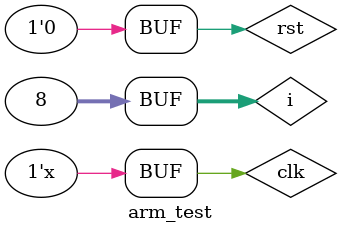
<source format=v>
module arm_test();
    reg clk = 0;
    reg rst = 0;

    arm Cpu(
        clk,
        rst, 
        1'b1 
    );

    integer i;

    initial begin
        $dumpfile("arm_test.vcd");
        $dumpvars(0,arm_test);

        for (i = 0; i < 8; i = i + 1)
      		$dumpvars(0,arm_test.Cpu.ID_Stage.Register_File.r_registers[i]);

        // for (i = 0; i < 1024; i = i + 1)
        	// $dumpvars(0,arm_test.Cpu.MEM_Stage.Data_Memory.memory[i]);

        #15 
            rst = 1;
        #2 
            rst = 0;
    end

    always begin
        clk = #10 !clk;
    end

    
endmodule
</source>
